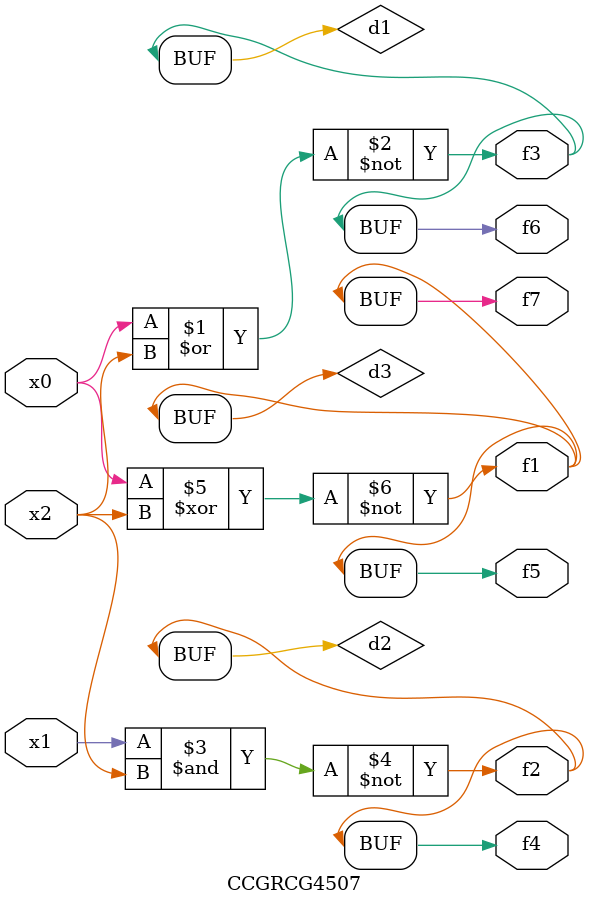
<source format=v>
module CCGRCG4507(
	input x0, x1, x2,
	output f1, f2, f3, f4, f5, f6, f7
);

	wire d1, d2, d3;

	nor (d1, x0, x2);
	nand (d2, x1, x2);
	xnor (d3, x0, x2);
	assign f1 = d3;
	assign f2 = d2;
	assign f3 = d1;
	assign f4 = d2;
	assign f5 = d3;
	assign f6 = d1;
	assign f7 = d3;
endmodule

</source>
